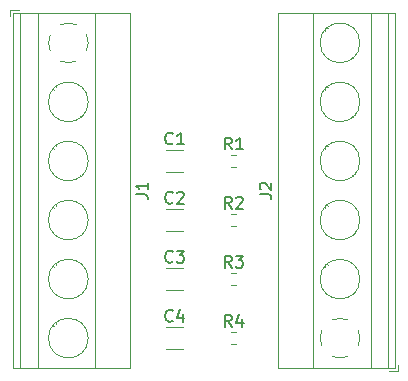
<source format=gbr>
%TF.GenerationSoftware,KiCad,Pcbnew,8.0.4*%
%TF.CreationDate,2024-10-17T15:12:59+10:30*%
%TF.ProjectId,bias circuit,62696173-2063-4697-9263-7569742e6b69,rev?*%
%TF.SameCoordinates,Original*%
%TF.FileFunction,Legend,Top*%
%TF.FilePolarity,Positive*%
%FSLAX46Y46*%
G04 Gerber Fmt 4.6, Leading zero omitted, Abs format (unit mm)*
G04 Created by KiCad (PCBNEW 8.0.4) date 2024-10-17 15:12:59*
%MOMM*%
%LPD*%
G01*
G04 APERTURE LIST*
%ADD10C,0.150000*%
%ADD11C,0.120000*%
G04 APERTURE END LIST*
D10*
X141194819Y-97833333D02*
X141909104Y-97833333D01*
X141909104Y-97833333D02*
X142051961Y-97880952D01*
X142051961Y-97880952D02*
X142147200Y-97976190D01*
X142147200Y-97976190D02*
X142194819Y-98119047D01*
X142194819Y-98119047D02*
X142194819Y-98214285D01*
X141290057Y-97404761D02*
X141242438Y-97357142D01*
X141242438Y-97357142D02*
X141194819Y-97261904D01*
X141194819Y-97261904D02*
X141194819Y-97023809D01*
X141194819Y-97023809D02*
X141242438Y-96928571D01*
X141242438Y-96928571D02*
X141290057Y-96880952D01*
X141290057Y-96880952D02*
X141385295Y-96833333D01*
X141385295Y-96833333D02*
X141480533Y-96833333D01*
X141480533Y-96833333D02*
X141623390Y-96880952D01*
X141623390Y-96880952D02*
X142194819Y-97452380D01*
X142194819Y-97452380D02*
X142194819Y-96833333D01*
X130714819Y-97833333D02*
X131429104Y-97833333D01*
X131429104Y-97833333D02*
X131571961Y-97880952D01*
X131571961Y-97880952D02*
X131667200Y-97976190D01*
X131667200Y-97976190D02*
X131714819Y-98119047D01*
X131714819Y-98119047D02*
X131714819Y-98214285D01*
X131714819Y-96833333D02*
X131714819Y-97404761D01*
X131714819Y-97119047D02*
X130714819Y-97119047D01*
X130714819Y-97119047D02*
X130857676Y-97214285D01*
X130857676Y-97214285D02*
X130952914Y-97309523D01*
X130952914Y-97309523D02*
X131000533Y-97404761D01*
X138833333Y-109024819D02*
X138500000Y-108548628D01*
X138261905Y-109024819D02*
X138261905Y-108024819D01*
X138261905Y-108024819D02*
X138642857Y-108024819D01*
X138642857Y-108024819D02*
X138738095Y-108072438D01*
X138738095Y-108072438D02*
X138785714Y-108120057D01*
X138785714Y-108120057D02*
X138833333Y-108215295D01*
X138833333Y-108215295D02*
X138833333Y-108358152D01*
X138833333Y-108358152D02*
X138785714Y-108453390D01*
X138785714Y-108453390D02*
X138738095Y-108501009D01*
X138738095Y-108501009D02*
X138642857Y-108548628D01*
X138642857Y-108548628D02*
X138261905Y-108548628D01*
X139690476Y-108358152D02*
X139690476Y-109024819D01*
X139452381Y-107977200D02*
X139214286Y-108691485D01*
X139214286Y-108691485D02*
X139833333Y-108691485D01*
X138833333Y-104024819D02*
X138500000Y-103548628D01*
X138261905Y-104024819D02*
X138261905Y-103024819D01*
X138261905Y-103024819D02*
X138642857Y-103024819D01*
X138642857Y-103024819D02*
X138738095Y-103072438D01*
X138738095Y-103072438D02*
X138785714Y-103120057D01*
X138785714Y-103120057D02*
X138833333Y-103215295D01*
X138833333Y-103215295D02*
X138833333Y-103358152D01*
X138833333Y-103358152D02*
X138785714Y-103453390D01*
X138785714Y-103453390D02*
X138738095Y-103501009D01*
X138738095Y-103501009D02*
X138642857Y-103548628D01*
X138642857Y-103548628D02*
X138261905Y-103548628D01*
X139166667Y-103024819D02*
X139785714Y-103024819D01*
X139785714Y-103024819D02*
X139452381Y-103405771D01*
X139452381Y-103405771D02*
X139595238Y-103405771D01*
X139595238Y-103405771D02*
X139690476Y-103453390D01*
X139690476Y-103453390D02*
X139738095Y-103501009D01*
X139738095Y-103501009D02*
X139785714Y-103596247D01*
X139785714Y-103596247D02*
X139785714Y-103834342D01*
X139785714Y-103834342D02*
X139738095Y-103929580D01*
X139738095Y-103929580D02*
X139690476Y-103977200D01*
X139690476Y-103977200D02*
X139595238Y-104024819D01*
X139595238Y-104024819D02*
X139309524Y-104024819D01*
X139309524Y-104024819D02*
X139214286Y-103977200D01*
X139214286Y-103977200D02*
X139166667Y-103929580D01*
X138833333Y-99024819D02*
X138500000Y-98548628D01*
X138261905Y-99024819D02*
X138261905Y-98024819D01*
X138261905Y-98024819D02*
X138642857Y-98024819D01*
X138642857Y-98024819D02*
X138738095Y-98072438D01*
X138738095Y-98072438D02*
X138785714Y-98120057D01*
X138785714Y-98120057D02*
X138833333Y-98215295D01*
X138833333Y-98215295D02*
X138833333Y-98358152D01*
X138833333Y-98358152D02*
X138785714Y-98453390D01*
X138785714Y-98453390D02*
X138738095Y-98501009D01*
X138738095Y-98501009D02*
X138642857Y-98548628D01*
X138642857Y-98548628D02*
X138261905Y-98548628D01*
X139214286Y-98120057D02*
X139261905Y-98072438D01*
X139261905Y-98072438D02*
X139357143Y-98024819D01*
X139357143Y-98024819D02*
X139595238Y-98024819D01*
X139595238Y-98024819D02*
X139690476Y-98072438D01*
X139690476Y-98072438D02*
X139738095Y-98120057D01*
X139738095Y-98120057D02*
X139785714Y-98215295D01*
X139785714Y-98215295D02*
X139785714Y-98310533D01*
X139785714Y-98310533D02*
X139738095Y-98453390D01*
X139738095Y-98453390D02*
X139166667Y-99024819D01*
X139166667Y-99024819D02*
X139785714Y-99024819D01*
X138833333Y-94024819D02*
X138500000Y-93548628D01*
X138261905Y-94024819D02*
X138261905Y-93024819D01*
X138261905Y-93024819D02*
X138642857Y-93024819D01*
X138642857Y-93024819D02*
X138738095Y-93072438D01*
X138738095Y-93072438D02*
X138785714Y-93120057D01*
X138785714Y-93120057D02*
X138833333Y-93215295D01*
X138833333Y-93215295D02*
X138833333Y-93358152D01*
X138833333Y-93358152D02*
X138785714Y-93453390D01*
X138785714Y-93453390D02*
X138738095Y-93501009D01*
X138738095Y-93501009D02*
X138642857Y-93548628D01*
X138642857Y-93548628D02*
X138261905Y-93548628D01*
X139785714Y-94024819D02*
X139214286Y-94024819D01*
X139500000Y-94024819D02*
X139500000Y-93024819D01*
X139500000Y-93024819D02*
X139404762Y-93167676D01*
X139404762Y-93167676D02*
X139309524Y-93262914D01*
X139309524Y-93262914D02*
X139214286Y-93310533D01*
X133833333Y-108509580D02*
X133785714Y-108557200D01*
X133785714Y-108557200D02*
X133642857Y-108604819D01*
X133642857Y-108604819D02*
X133547619Y-108604819D01*
X133547619Y-108604819D02*
X133404762Y-108557200D01*
X133404762Y-108557200D02*
X133309524Y-108461961D01*
X133309524Y-108461961D02*
X133261905Y-108366723D01*
X133261905Y-108366723D02*
X133214286Y-108176247D01*
X133214286Y-108176247D02*
X133214286Y-108033390D01*
X133214286Y-108033390D02*
X133261905Y-107842914D01*
X133261905Y-107842914D02*
X133309524Y-107747676D01*
X133309524Y-107747676D02*
X133404762Y-107652438D01*
X133404762Y-107652438D02*
X133547619Y-107604819D01*
X133547619Y-107604819D02*
X133642857Y-107604819D01*
X133642857Y-107604819D02*
X133785714Y-107652438D01*
X133785714Y-107652438D02*
X133833333Y-107700057D01*
X134690476Y-107938152D02*
X134690476Y-108604819D01*
X134452381Y-107557200D02*
X134214286Y-108271485D01*
X134214286Y-108271485D02*
X134833333Y-108271485D01*
X133833333Y-103509580D02*
X133785714Y-103557200D01*
X133785714Y-103557200D02*
X133642857Y-103604819D01*
X133642857Y-103604819D02*
X133547619Y-103604819D01*
X133547619Y-103604819D02*
X133404762Y-103557200D01*
X133404762Y-103557200D02*
X133309524Y-103461961D01*
X133309524Y-103461961D02*
X133261905Y-103366723D01*
X133261905Y-103366723D02*
X133214286Y-103176247D01*
X133214286Y-103176247D02*
X133214286Y-103033390D01*
X133214286Y-103033390D02*
X133261905Y-102842914D01*
X133261905Y-102842914D02*
X133309524Y-102747676D01*
X133309524Y-102747676D02*
X133404762Y-102652438D01*
X133404762Y-102652438D02*
X133547619Y-102604819D01*
X133547619Y-102604819D02*
X133642857Y-102604819D01*
X133642857Y-102604819D02*
X133785714Y-102652438D01*
X133785714Y-102652438D02*
X133833333Y-102700057D01*
X134166667Y-102604819D02*
X134785714Y-102604819D01*
X134785714Y-102604819D02*
X134452381Y-102985771D01*
X134452381Y-102985771D02*
X134595238Y-102985771D01*
X134595238Y-102985771D02*
X134690476Y-103033390D01*
X134690476Y-103033390D02*
X134738095Y-103081009D01*
X134738095Y-103081009D02*
X134785714Y-103176247D01*
X134785714Y-103176247D02*
X134785714Y-103414342D01*
X134785714Y-103414342D02*
X134738095Y-103509580D01*
X134738095Y-103509580D02*
X134690476Y-103557200D01*
X134690476Y-103557200D02*
X134595238Y-103604819D01*
X134595238Y-103604819D02*
X134309524Y-103604819D01*
X134309524Y-103604819D02*
X134214286Y-103557200D01*
X134214286Y-103557200D02*
X134166667Y-103509580D01*
X133833333Y-98509580D02*
X133785714Y-98557200D01*
X133785714Y-98557200D02*
X133642857Y-98604819D01*
X133642857Y-98604819D02*
X133547619Y-98604819D01*
X133547619Y-98604819D02*
X133404762Y-98557200D01*
X133404762Y-98557200D02*
X133309524Y-98461961D01*
X133309524Y-98461961D02*
X133261905Y-98366723D01*
X133261905Y-98366723D02*
X133214286Y-98176247D01*
X133214286Y-98176247D02*
X133214286Y-98033390D01*
X133214286Y-98033390D02*
X133261905Y-97842914D01*
X133261905Y-97842914D02*
X133309524Y-97747676D01*
X133309524Y-97747676D02*
X133404762Y-97652438D01*
X133404762Y-97652438D02*
X133547619Y-97604819D01*
X133547619Y-97604819D02*
X133642857Y-97604819D01*
X133642857Y-97604819D02*
X133785714Y-97652438D01*
X133785714Y-97652438D02*
X133833333Y-97700057D01*
X134214286Y-97700057D02*
X134261905Y-97652438D01*
X134261905Y-97652438D02*
X134357143Y-97604819D01*
X134357143Y-97604819D02*
X134595238Y-97604819D01*
X134595238Y-97604819D02*
X134690476Y-97652438D01*
X134690476Y-97652438D02*
X134738095Y-97700057D01*
X134738095Y-97700057D02*
X134785714Y-97795295D01*
X134785714Y-97795295D02*
X134785714Y-97890533D01*
X134785714Y-97890533D02*
X134738095Y-98033390D01*
X134738095Y-98033390D02*
X134166667Y-98604819D01*
X134166667Y-98604819D02*
X134785714Y-98604819D01*
X133833333Y-93509580D02*
X133785714Y-93557200D01*
X133785714Y-93557200D02*
X133642857Y-93604819D01*
X133642857Y-93604819D02*
X133547619Y-93604819D01*
X133547619Y-93604819D02*
X133404762Y-93557200D01*
X133404762Y-93557200D02*
X133309524Y-93461961D01*
X133309524Y-93461961D02*
X133261905Y-93366723D01*
X133261905Y-93366723D02*
X133214286Y-93176247D01*
X133214286Y-93176247D02*
X133214286Y-93033390D01*
X133214286Y-93033390D02*
X133261905Y-92842914D01*
X133261905Y-92842914D02*
X133309524Y-92747676D01*
X133309524Y-92747676D02*
X133404762Y-92652438D01*
X133404762Y-92652438D02*
X133547619Y-92604819D01*
X133547619Y-92604819D02*
X133642857Y-92604819D01*
X133642857Y-92604819D02*
X133785714Y-92652438D01*
X133785714Y-92652438D02*
X133833333Y-92700057D01*
X134785714Y-93604819D02*
X134214286Y-93604819D01*
X134500000Y-93604819D02*
X134500000Y-92604819D01*
X134500000Y-92604819D02*
X134404762Y-92747676D01*
X134404762Y-92747676D02*
X134309524Y-92842914D01*
X134309524Y-92842914D02*
X134214286Y-92890533D01*
D11*
%TO.C,J2*%
X152160000Y-112800000D02*
X152900000Y-112800000D01*
X152900000Y-112800000D02*
X152900000Y-112300000D01*
X142739000Y-112560000D02*
X152660000Y-112560000D01*
X142739000Y-112560000D02*
X142739000Y-82440000D01*
X145699000Y-112560000D02*
X145699000Y-82440000D01*
X150600000Y-112560000D02*
X150600000Y-82440000D01*
X152100000Y-112560000D02*
X152100000Y-82440000D01*
X152660000Y-112560000D02*
X152660000Y-82440000D01*
X149023000Y-106227000D02*
X149069000Y-106274000D01*
X149239000Y-106034000D02*
X149274000Y-106069000D01*
X146725000Y-103930000D02*
X146761000Y-103965000D01*
X146931000Y-103725000D02*
X146977000Y-103772000D01*
X149023000Y-101227000D02*
X149069000Y-101274000D01*
X149239000Y-101034000D02*
X149274000Y-101069000D01*
X146725000Y-98930000D02*
X146761000Y-98965000D01*
X146931000Y-98725000D02*
X146977000Y-98772000D01*
X149023000Y-96227000D02*
X149069000Y-96274000D01*
X149239000Y-96034000D02*
X149274000Y-96069000D01*
X146725000Y-93930000D02*
X146761000Y-93965000D01*
X146931000Y-93725000D02*
X146977000Y-93772000D01*
X149023000Y-91227000D02*
X149069000Y-91274000D01*
X149239000Y-91034000D02*
X149274000Y-91069000D01*
X146725000Y-88930000D02*
X146761000Y-88965000D01*
X146931000Y-88725000D02*
X146977000Y-88772000D01*
X149023000Y-86227000D02*
X149069000Y-86274000D01*
X149239000Y-86034000D02*
X149274000Y-86069000D01*
X146725000Y-83930000D02*
X146761000Y-83965000D01*
X146931000Y-83725000D02*
X146977000Y-83772000D01*
X142739000Y-82440000D02*
X152660000Y-82440000D01*
X148683042Y-111535427D02*
G75*
G02*
X147316000Y-111535000I-683041J1535420D01*
G01*
X146464573Y-110683042D02*
G75*
G02*
X146465000Y-109316000I1535420J683041D01*
G01*
X149680253Y-109971195D02*
G75*
G02*
X149535000Y-110684000I-1680254J-28806D01*
G01*
X149534756Y-109316682D02*
G75*
G02*
X149680000Y-110000000I-1534756J-683318D01*
G01*
X147316958Y-108464573D02*
G75*
G02*
X148684000Y-108465000I683042J-1535427D01*
G01*
X149680000Y-105000000D02*
G75*
G02*
X146320000Y-105000000I-1680000J0D01*
G01*
X146320000Y-105000000D02*
G75*
G02*
X149680000Y-105000000I1680000J0D01*
G01*
X149680000Y-100000000D02*
G75*
G02*
X146320000Y-100000000I-1680000J0D01*
G01*
X146320000Y-100000000D02*
G75*
G02*
X149680000Y-100000000I1680000J0D01*
G01*
X149680000Y-95000000D02*
G75*
G02*
X146320000Y-95000000I-1680000J0D01*
G01*
X146320000Y-95000000D02*
G75*
G02*
X149680000Y-95000000I1680000J0D01*
G01*
X149680000Y-90000000D02*
G75*
G02*
X146320000Y-90000000I-1680000J0D01*
G01*
X146320000Y-90000000D02*
G75*
G02*
X149680000Y-90000000I1680000J0D01*
G01*
X149680000Y-85000000D02*
G75*
G02*
X146320000Y-85000000I-1680000J0D01*
G01*
X146320000Y-85000000D02*
G75*
G02*
X149680000Y-85000000I1680000J0D01*
G01*
%TO.C,J1*%
X126680000Y-110000000D02*
G75*
G02*
X123320000Y-110000000I-1680000J0D01*
G01*
X123320000Y-110000000D02*
G75*
G02*
X126680000Y-110000000I1680000J0D01*
G01*
X126680000Y-105000000D02*
G75*
G02*
X123320000Y-105000000I-1680000J0D01*
G01*
X123320000Y-105000000D02*
G75*
G02*
X126680000Y-105000000I1680000J0D01*
G01*
X126680000Y-100000000D02*
G75*
G02*
X123320000Y-100000000I-1680000J0D01*
G01*
X123320000Y-100000000D02*
G75*
G02*
X126680000Y-100000000I1680000J0D01*
G01*
X126680000Y-95000000D02*
G75*
G02*
X123320000Y-95000000I-1680000J0D01*
G01*
X123320000Y-95000000D02*
G75*
G02*
X126680000Y-95000000I1680000J0D01*
G01*
X126680000Y-90000000D02*
G75*
G02*
X123320000Y-90000000I-1680000J0D01*
G01*
X123320000Y-90000000D02*
G75*
G02*
X126680000Y-90000000I1680000J0D01*
G01*
X125683042Y-86535427D02*
G75*
G02*
X124316000Y-86535000I-683042J1535427D01*
G01*
X123465244Y-85683318D02*
G75*
G02*
X123320000Y-85000000I1534756J683318D01*
G01*
X123319747Y-85028805D02*
G75*
G02*
X123465000Y-84316000I1680254J28806D01*
G01*
X126535427Y-84316958D02*
G75*
G02*
X126535000Y-85684000I-1535420J-683041D01*
G01*
X124316958Y-83464573D02*
G75*
G02*
X125684000Y-83465000I683041J-1535420D01*
G01*
X130261000Y-112560000D02*
X120340000Y-112560000D01*
X126069000Y-111275000D02*
X126023000Y-111228000D01*
X126275000Y-111070000D02*
X126239000Y-111035000D01*
X123761000Y-108966000D02*
X123726000Y-108931000D01*
X123977000Y-108773000D02*
X123931000Y-108726000D01*
X126069000Y-106275000D02*
X126023000Y-106228000D01*
X126275000Y-106070000D02*
X126239000Y-106035000D01*
X123761000Y-103966000D02*
X123726000Y-103931000D01*
X123977000Y-103773000D02*
X123931000Y-103726000D01*
X126069000Y-101275000D02*
X126023000Y-101228000D01*
X126275000Y-101070000D02*
X126239000Y-101035000D01*
X123761000Y-98966000D02*
X123726000Y-98931000D01*
X123977000Y-98773000D02*
X123931000Y-98726000D01*
X126069000Y-96275000D02*
X126023000Y-96228000D01*
X126275000Y-96070000D02*
X126239000Y-96035000D01*
X123761000Y-93966000D02*
X123726000Y-93931000D01*
X123977000Y-93773000D02*
X123931000Y-93726000D01*
X126069000Y-91275000D02*
X126023000Y-91228000D01*
X126275000Y-91070000D02*
X126239000Y-91035000D01*
X123761000Y-88966000D02*
X123726000Y-88931000D01*
X123977000Y-88773000D02*
X123931000Y-88726000D01*
X120340000Y-82440000D02*
X120340000Y-112560000D01*
X120900000Y-82440000D02*
X120900000Y-112560000D01*
X122400000Y-82440000D02*
X122400000Y-112560000D01*
X127301000Y-82440000D02*
X127301000Y-112560000D01*
X130261000Y-82440000D02*
X130261000Y-112560000D01*
X130261000Y-82440000D02*
X120340000Y-82440000D01*
X120100000Y-82200000D02*
X120100000Y-82700000D01*
X120840000Y-82200000D02*
X120100000Y-82200000D01*
%TO.C,R4*%
X138762742Y-110522500D02*
X139237258Y-110522500D01*
X138762742Y-109477500D02*
X139237258Y-109477500D01*
%TO.C,R3*%
X138762742Y-105522500D02*
X139237258Y-105522500D01*
X138762742Y-104477500D02*
X139237258Y-104477500D01*
%TO.C,R2*%
X138762742Y-100522500D02*
X139237258Y-100522500D01*
X138762742Y-99477500D02*
X139237258Y-99477500D01*
%TO.C,R1*%
X138762742Y-95522500D02*
X139237258Y-95522500D01*
X138762742Y-94477500D02*
X139237258Y-94477500D01*
%TO.C,C4*%
X133288748Y-110910000D02*
X134711252Y-110910000D01*
X133288748Y-109090000D02*
X134711252Y-109090000D01*
%TO.C,C3*%
X133288748Y-105910000D02*
X134711252Y-105910000D01*
X133288748Y-104090000D02*
X134711252Y-104090000D01*
%TO.C,C2*%
X133288748Y-100910000D02*
X134711252Y-100910000D01*
X133288748Y-99090000D02*
X134711252Y-99090000D01*
%TO.C,C1*%
X133288748Y-95910000D02*
X134711252Y-95910000D01*
X133288748Y-94090000D02*
X134711252Y-94090000D01*
%TD*%
M02*

</source>
